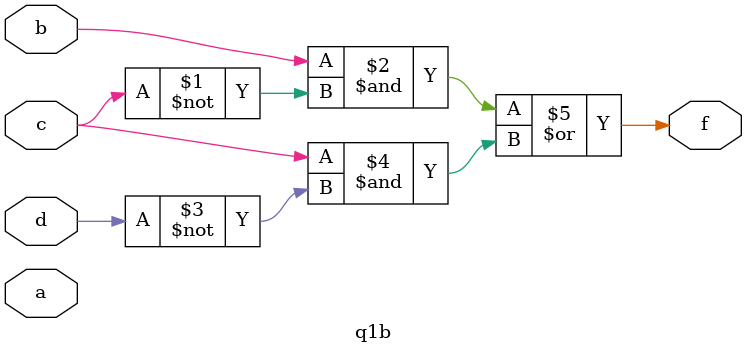
<source format=v>
module q1b(a,b,c,d,f);
input a,b,c,d;
output f;
assign f=(b&(~c))|(c&(~d));
endmodule

</source>
